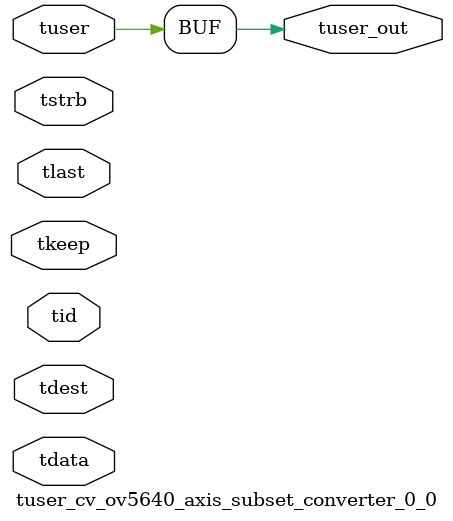
<source format=v>


`timescale 1ps/1ps

module tuser_cv_ov5640_axis_subset_converter_0_0 #
(
parameter C_S_AXIS_TUSER_WIDTH = 1,
parameter C_S_AXIS_TDATA_WIDTH = 32,
parameter C_S_AXIS_TID_WIDTH   = 0,
parameter C_S_AXIS_TDEST_WIDTH = 0,
parameter C_M_AXIS_TUSER_WIDTH = 1
)
(
input  [(C_S_AXIS_TUSER_WIDTH == 0 ? 1 : C_S_AXIS_TUSER_WIDTH)-1:0     ] tuser,
input  [(C_S_AXIS_TDATA_WIDTH == 0 ? 1 : C_S_AXIS_TDATA_WIDTH)-1:0     ] tdata,
input  [(C_S_AXIS_TID_WIDTH   == 0 ? 1 : C_S_AXIS_TID_WIDTH)-1:0       ] tid,
input  [(C_S_AXIS_TDEST_WIDTH == 0 ? 1 : C_S_AXIS_TDEST_WIDTH)-1:0     ] tdest,
input  [(C_S_AXIS_TDATA_WIDTH/8)-1:0 ] tkeep,
input  [(C_S_AXIS_TDATA_WIDTH/8)-1:0 ] tstrb,
input                                                                    tlast,
output [C_M_AXIS_TUSER_WIDTH-1:0] tuser_out
);

assign tuser_out = {tuser[0:0]};

endmodule


</source>
